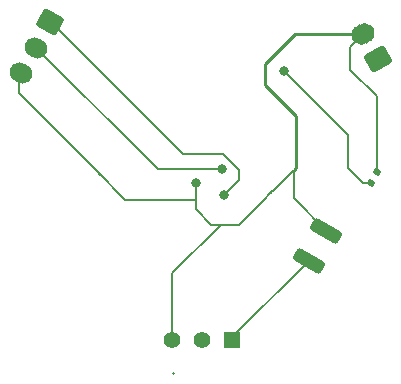
<source format=gbr>
%TF.GenerationSoftware,KiCad,Pcbnew,(6.0.8-1)-1*%
%TF.CreationDate,2022-11-16T20:26:17-05:00*%
%TF.ProjectId,Untitled,556e7469-746c-4656-942e-6b696361645f,rev?*%
%TF.SameCoordinates,Original*%
%TF.FileFunction,Copper,L2,Bot*%
%TF.FilePolarity,Positive*%
%FSLAX46Y46*%
G04 Gerber Fmt 4.6, Leading zero omitted, Abs format (unit mm)*
G04 Created by KiCad (PCBNEW (6.0.8-1)-1) date 2022-11-16 20:26:17*
%MOMM*%
%LPD*%
G01*
G04 APERTURE LIST*
G04 Aperture macros list*
%AMRoundRect*
0 Rectangle with rounded corners*
0 $1 Rounding radius*
0 $2 $3 $4 $5 $6 $7 $8 $9 X,Y pos of 4 corners*
0 Add a 4 corners polygon primitive as box body*
4,1,4,$2,$3,$4,$5,$6,$7,$8,$9,$2,$3,0*
0 Add four circle primitives for the rounded corners*
1,1,$1+$1,$2,$3*
1,1,$1+$1,$4,$5*
1,1,$1+$1,$6,$7*
1,1,$1+$1,$8,$9*
0 Add four rect primitives between the rounded corners*
20,1,$1+$1,$2,$3,$4,$5,0*
20,1,$1+$1,$4,$5,$6,$7,0*
20,1,$1+$1,$6,$7,$8,$9,0*
20,1,$1+$1,$8,$9,$2,$3,0*%
%AMHorizOval*
0 Thick line with rounded ends*
0 $1 width*
0 $2 $3 position (X,Y) of the first rounded end (center of the circle)*
0 $4 $5 position (X,Y) of the second rounded end (center of the circle)*
0 Add line between two ends*
20,1,$1,$2,$3,$4,$5,0*
0 Add two circle primitives to create the rounded ends*
1,1,$1,$2,$3*
1,1,$1,$4,$5*%
G04 Aperture macros list end*
%TA.AperFunction,ComponentPad*%
%ADD10RoundRect,0.250000X-0.327868X0.882115X-0.927868X-0.157115X0.327868X-0.882115X0.927868X0.157115X0*%
%TD*%
%TA.AperFunction,ComponentPad*%
%ADD11HorizOval,1.700000X-0.108253X0.062500X0.108253X-0.062500X0*%
%TD*%
%TA.AperFunction,ComponentPad*%
%ADD12R,1.397000X1.397000*%
%TD*%
%TA.AperFunction,ComponentPad*%
%ADD13C,1.397000*%
%TD*%
%TA.AperFunction,SMDPad,CuDef*%
%ADD14RoundRect,0.135000X-0.092715X0.209413X-0.227715X-0.024413X0.092715X-0.209413X0.227715X0.024413X0*%
%TD*%
%TA.AperFunction,SMDPad,CuDef*%
%ADD15RoundRect,0.250000X-0.790128X0.831458X-1.115128X0.268542X0.790128X-0.831458X1.115128X-0.268542X0*%
%TD*%
%TA.AperFunction,ComponentPad*%
%ADD16RoundRect,0.250000X0.949519X-0.144615X0.349519X0.894615X-0.949519X0.144615X-0.349519X-0.894615X0*%
%TD*%
%TA.AperFunction,ComponentPad*%
%ADD17HorizOval,1.700000X0.129904X0.075000X-0.129904X-0.075000X0*%
%TD*%
%TA.AperFunction,ViaPad*%
%ADD18C,0.800000*%
%TD*%
%TA.AperFunction,Conductor*%
%ADD19C,0.200000*%
%TD*%
%TA.AperFunction,Conductor*%
%ADD20C,0.250000*%
%TD*%
G04 APERTURE END LIST*
D10*
%TO.P,REF\u002A\u002A,1*%
%TO.N,N/C*%
X90795337Y-48072437D03*
D11*
%TO.P,REF\u002A\u002A,2*%
X89545337Y-50237501D03*
%TO.P,REF\u002A\u002A,3*%
X88295337Y-52402564D03*
%TD*%
D12*
%TO.P,REF\u002A\u002A,1*%
%TO.N,N/C*%
X106187500Y-75000000D03*
D13*
%TO.P,REF\u002A\u002A,2*%
X103647500Y-75000000D03*
%TO.P,REF\u002A\u002A,3*%
X101107500Y-75000000D03*
%TD*%
D14*
%TO.P,REF\u002A\u002A,1*%
%TO.N,N/C*%
X118455000Y-60758327D03*
%TO.P,REF\u002A\u002A,2*%
X117945000Y-61641673D03*
%TD*%
D15*
%TO.P,REF\u002A\u002A,1*%
%TO.N,N/C*%
X114137500Y-65722613D03*
%TO.P,REF\u002A\u002A,2*%
X112662500Y-68277387D03*
%TD*%
D16*
%TO.P,REF\u002A\u002A,1*%
%TO.N,N/C*%
X118500000Y-51220032D03*
D17*
%TO.P,REF\u002A\u002A,2*%
X117250000Y-49054968D03*
%TD*%
D18*
%TO.N,*%
X105490000Y-62710000D03*
X110600000Y-52200000D03*
X105290000Y-60510000D03*
X103110000Y-61690000D03*
%TD*%
D19*
%TO.N,*%
X111400000Y-62985113D02*
X114137500Y-65722613D01*
X106740000Y-65220000D02*
X106020000Y-65220000D01*
X88100000Y-54100000D02*
X88100000Y-52130127D01*
X94700000Y-60700000D02*
X88100000Y-54100000D01*
X110600000Y-52200000D02*
X116000000Y-57600000D01*
D20*
X109000000Y-53400000D02*
X109000000Y-51600000D01*
D19*
X109580000Y-62380000D02*
X108680000Y-63280000D01*
X105450000Y-59250000D02*
X106800000Y-60600000D01*
X116200000Y-52090000D02*
X116200000Y-50200000D01*
X97110000Y-63110000D02*
X94700000Y-60700000D01*
X89350000Y-49965064D02*
X99894936Y-60510000D01*
X90795337Y-48072437D02*
X90872437Y-48072437D01*
D20*
X111545032Y-49054968D02*
X117629664Y-49054968D01*
D19*
X108680000Y-63280000D02*
X106740000Y-65220000D01*
X109620000Y-62380000D02*
X109580000Y-62380000D01*
D20*
X111600000Y-56000000D02*
X109000000Y-53400000D01*
D19*
X104420000Y-65220000D02*
X103110000Y-63910000D01*
X106020000Y-65220000D02*
X105220000Y-65220000D01*
X106187500Y-74752387D02*
X112662500Y-68277387D01*
X117241673Y-61641673D02*
X117945000Y-61641673D01*
X111400000Y-60600000D02*
X111400000Y-62985113D01*
X95000000Y-61000000D02*
X94700000Y-60700000D01*
D20*
X101200000Y-77732500D02*
X101132500Y-77800000D01*
D19*
X103110000Y-63110000D02*
X97110000Y-63110000D01*
D20*
X109000000Y-51600000D02*
X111545032Y-49054968D01*
D19*
X117345032Y-49054968D02*
X117629664Y-49054968D01*
X99894936Y-60510000D02*
X105290000Y-60510000D01*
X118455000Y-54345000D02*
X116200000Y-52090000D01*
X101107500Y-75250100D02*
X101107500Y-69332500D01*
X118641673Y-60758327D02*
X118455000Y-60758327D01*
X116000000Y-57600000D02*
X116000000Y-60400000D01*
X105220000Y-65220000D02*
X104420000Y-65220000D01*
X101107500Y-69332500D02*
X105220000Y-65220000D01*
X106800000Y-60600000D02*
X106800000Y-61400000D01*
D20*
X111400000Y-60600000D02*
X111600000Y-60400000D01*
D19*
X106187500Y-75250100D02*
X106187500Y-74752387D01*
X116200000Y-50200000D02*
X117345032Y-49054968D01*
X106800000Y-61400000D02*
X105490000Y-62710000D01*
X90872437Y-48072437D02*
X102050000Y-59250000D01*
D20*
X111600000Y-60400000D02*
X111600000Y-56000000D01*
D19*
X111400000Y-60600000D02*
X109620000Y-62380000D01*
X109470000Y-62490000D02*
X109580000Y-62380000D01*
X102050000Y-59250000D02*
X105450000Y-59250000D01*
X105490000Y-62710000D02*
X105490000Y-62690000D01*
X103110000Y-63910000D02*
X103110000Y-63110000D01*
X118455000Y-51644696D02*
X118879664Y-51220032D01*
X103110000Y-63110000D02*
X103110000Y-61690000D01*
X116000000Y-60400000D02*
X117241673Y-61641673D01*
X118455000Y-60758327D02*
X118455000Y-54345000D01*
%TD*%
M02*

</source>
